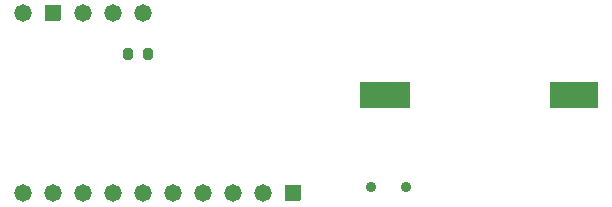
<source format=gbs>
G04 #@! TF.GenerationSoftware,KiCad,Pcbnew,6.0.9-8da3e8f707~117~ubuntu20.04.1*
G04 #@! TF.CreationDate,2022-12-28T17:02:09+01:00*
G04 #@! TF.ProjectId,tinypico-goodisplay,74696e79-7069-4636-9f2d-676f6f646973,rev?*
G04 #@! TF.SameCoordinates,Original*
G04 #@! TF.FileFunction,Soldermask,Bot*
G04 #@! TF.FilePolarity,Negative*
%FSLAX46Y46*%
G04 Gerber Fmt 4.6, Leading zero omitted, Abs format (unit mm)*
G04 Created by KiCad (PCBNEW 6.0.9-8da3e8f707~117~ubuntu20.04.1) date 2022-12-28 17:02:09*
%MOMM*%
%LPD*%
G01*
G04 APERTURE LIST*
G04 Aperture macros list*
%AMRoundRect*
0 Rectangle with rounded corners*
0 $1 Rounding radius*
0 $2 $3 $4 $5 $6 $7 $8 $9 X,Y pos of 4 corners*
0 Add a 4 corners polygon primitive as box body*
4,1,4,$2,$3,$4,$5,$6,$7,$8,$9,$2,$3,0*
0 Add four circle primitives for the rounded corners*
1,1,$1+$1,$2,$3*
1,1,$1+$1,$4,$5*
1,1,$1+$1,$6,$7*
1,1,$1+$1,$8,$9*
0 Add four rect primitives between the rounded corners*
20,1,$1+$1,$2,$3,$4,$5,0*
20,1,$1+$1,$4,$5,$6,$7,0*
20,1,$1+$1,$6,$7,$8,$9,0*
20,1,$1+$1,$8,$9,$2,$3,0*%
G04 Aperture macros list end*
%ADD10C,0.889000*%
%ADD11C,1.473200*%
%ADD12RoundRect,0.025400X0.635000X-0.635000X0.635000X0.635000X-0.635000X0.635000X-0.635000X-0.635000X0*%
%ADD13R,4.350000X2.300000*%
%ADD14R,4.040000X2.300000*%
%ADD15RoundRect,0.200000X0.200000X0.275000X-0.200000X0.275000X-0.200000X-0.275000X0.200000X-0.275000X0*%
G04 APERTURE END LIST*
D10*
X108688600Y-50740000D03*
X105691400Y-50740000D03*
D11*
X76254000Y-36080000D03*
D12*
X78794000Y-36080000D03*
D11*
X81334000Y-36080000D03*
X83874000Y-36080000D03*
X86414000Y-36080000D03*
D12*
X99114000Y-51320000D03*
D11*
X96574000Y-51320000D03*
X94034000Y-51320000D03*
X91494000Y-51320000D03*
X88954000Y-51320000D03*
X86414000Y-51320000D03*
X83874000Y-51320000D03*
X81334000Y-51320000D03*
X78794000Y-51320000D03*
X76254000Y-51320000D03*
D13*
X106895000Y-43000000D03*
D14*
X122860000Y-43000000D03*
D15*
X86775000Y-39500000D03*
X85125000Y-39500000D03*
M02*

</source>
